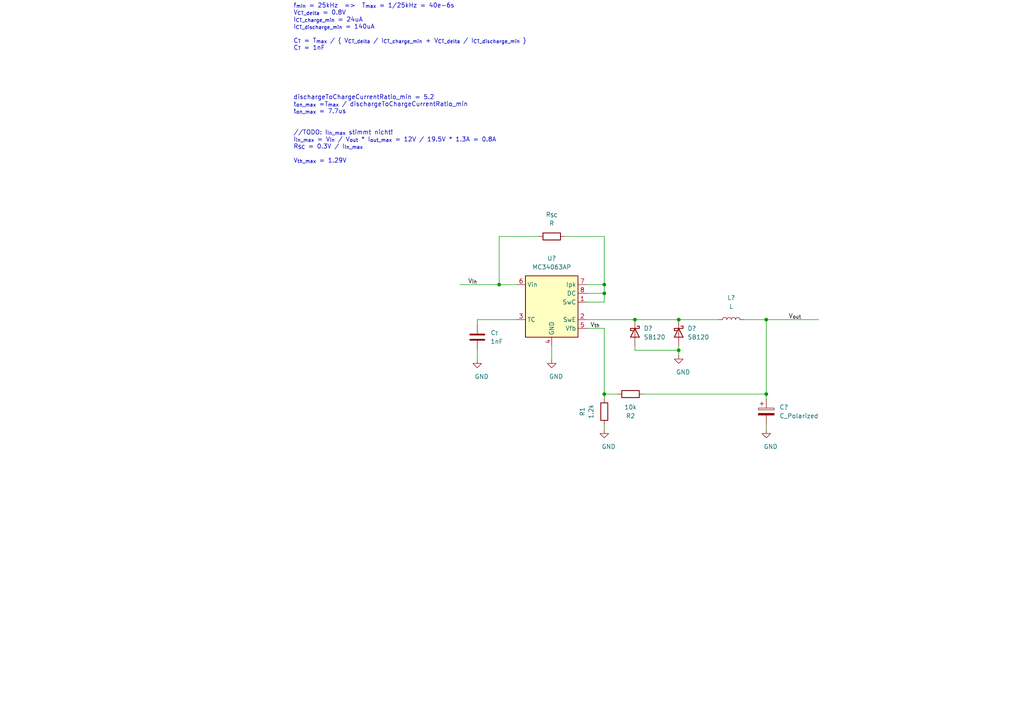
<source format=kicad_sch>
(kicad_sch (version 20201015) (generator eeschema)
  (paper "A4")
  (lib_symbols
    (symbol "Device:C" (pin_numbers hide) (pin_names (offset 0.254))
      (property "Reference" "C" (at 0.635 2.54 0))
      (property "Value" "C" (at 0.635 -2.54 0))
      (symbol "C_0_1"
        (polyline (pts (xy -2.032 -0.762) (xy 2.032 -0.762)) (stroke (width 0.508)))
        (polyline (pts (xy -2.032 0.762) (xy 2.032 0.762)) (stroke (width 0.508)))
      )
      (symbol "C_1_1"
        (pin passive line (at 0 3.81 270) (length 2.794) (name "~") (number "1"))
        (pin passive line (at 0 -3.81 90) (length 2.794) (name "~") (number "2"))
      )
    )
    (symbol "Device:C_Polarized" (pin_numbers hide) (pin_names (offset 0.254))
      (property "Reference" "C" (at 0.635 2.54 0))
      (property "Value" "C_Polarized" (at 0.635 -2.54 0))
      (symbol "C_Polarized_0_1"
        (rectangle (start -2.286 0.508) (end 2.286 1.016))
        (rectangle (start 2.286 -0.508) (end -2.286 -1.016) (fill (type outline)))
        (polyline (pts (xy -1.778 2.286) (xy -0.762 2.286)))
        (polyline (pts (xy -1.27 2.794) (xy -1.27 1.778)))
      )
      (symbol "C_Polarized_1_1"
        (pin passive line (at 0 3.81 270) (length 2.794) (name "~") (number "1"))
        (pin passive line (at 0 -3.81 90) (length 2.794) (name "~") (number "2"))
      )
    )
    (symbol "Device:L" (pin_numbers hide) (pin_names (offset 1.016) hide)
      (property "Reference" "L" (at -1.27 0 90))
      (property "Value" "L" (at 1.905 0 90))
      (symbol "L_0_1"
        (arc (start 0 -2.54) (end 0 -1.27) (radius (at 0 -1.905) (length 0.635) (angles -89.9 89.9)))
        (arc (start 0 -1.27) (end 0 0) (radius (at 0 -0.635) (length 0.635) (angles -89.9 89.9)))
        (arc (start 0 0) (end 0 1.27) (radius (at 0 0.635) (length 0.635) (angles -89.9 89.9)))
        (arc (start 0 1.27) (end 0 2.54) (radius (at 0 1.905) (length 0.635) (angles -89.9 89.9)))
      )
      (symbol "L_1_1"
        (pin passive line (at 0 3.81 270) (length 1.27) (name "1") (number "1"))
        (pin passive line (at 0 -3.81 90) (length 1.27) (name "2") (number "2"))
      )
    )
    (symbol "Device:R" (pin_numbers hide) (pin_names (offset 0))
      (property "Reference" "R" (at 2.032 0 90))
      (property "Value" "R" (at 0 0 90))
      (symbol "R_0_1"
        (rectangle (start -1.016 -2.54) (end 1.016 2.54) (stroke (width 0.254)))
      )
      (symbol "R_1_1"
        (pin passive line (at 0 3.81 270) (length 1.27) (name "~") (number "1"))
        (pin passive line (at 0 -3.81 90) (length 1.27) (name "~") (number "2"))
      )
    )
    (symbol "Diode:SB120" (pin_numbers hide) (pin_names (offset 1.016) hide)
      (property "Reference" "D" (at 0 2.54 0))
      (property "Value" "SB120" (at 0 -2.54 0))
      (symbol "SB120_0_1"
        (polyline (pts (xy 1.27 0) (xy -1.27 0)))
        (polyline (pts (xy 1.27 1.27) (xy 1.27 -1.27) (xy -1.27 0) (xy 1.27 1.27)) (stroke (width 0.254)))
        (polyline (pts (xy -1.905 0.635) (xy -1.905 1.27) (xy -1.27 1.27) (xy -1.27 -1.27) (xy -0.635 -1.27) (xy -0.635 -0.635)) (stroke (width 0.254)))
      )
      (symbol "SB120_1_1"
        (pin passive line (at -3.81 0 0) (length 2.54) (name "K") (number "1"))
        (pin passive line (at 3.81 0 180) (length 2.54) (name "A") (number "2"))
      )
    )
    (symbol "Regulator_Switching:MC34063AP"
      (property "Reference" "U" (at -7.62 8.89 0))
      (property "Value" "MC34063AP" (at 0 8.89 0))
      (symbol "MC34063AP_0_1"
        (rectangle (start -7.62 7.62) (end 7.62 -10.16) (stroke (width 0.254)) (fill (type background)))
      )
      (symbol "MC34063AP_1_1"
        (pin open_collector line (at 10.16 0 180) (length 2.54) (name "SwC") (number "1"))
        (pin open_emitter line (at 10.16 -5.08 180) (length 2.54) (name "SwE") (number "2"))
        (pin passive line (at -10.16 -5.08 0) (length 2.54) (name "TC") (number "3"))
        (pin power_in line (at 0 -12.7 90) (length 2.54) (name "GND") (number "4"))
        (pin input line (at 10.16 -7.62 180) (length 2.54) (name "Vfb") (number "5"))
        (pin power_in line (at -10.16 5.08 0) (length 2.54) (name "Vin") (number "6"))
        (pin input line (at 10.16 5.08 180) (length 2.54) (name "Ipk") (number "7"))
        (pin open_collector line (at 10.16 2.54 180) (length 2.54) (name "DC") (number "8"))
      )
    )
    (symbol "power:GND" (power) (pin_names (offset 0))
      (property "Value" "GND" (at 0 -3.81 0))
      (symbol "GND_0_1"
        (polyline (pts (xy 0 0) (xy 0 -1.27) (xy 1.27 -1.27) (xy 0 -2.54) (xy -1.27 -1.27) (xy 0 -1.27)))
      )
      (symbol "GND_1_1"
        (pin power_in line (at 0 0 270) (length 0) hide (name "GND") (number "1"))
      )
    )
  )
  (junction (at 144.78 82.55) (diameter 0.9144))
  (junction (at 175.26 82.55) (diameter 0.9144))
  (junction (at 175.26 85.09) (diameter 0.9144))
  (junction (at 175.26 114.3) (diameter 0.9144))
  (junction (at 184.15 92.71) (diameter 0.9144))
  (junction (at 196.85 92.71) (diameter 0.9144))
  (junction (at 196.85 101.6) (diameter 0.9144))
  (junction (at 222.25 92.71) (diameter 0.9144))
  (junction (at 222.25 114.3) (diameter 0.9144))
  (wire (pts (xy 133.35 82.55) (xy 144.78 82.55)))
  (wire (pts (xy 138.43 92.71) (xy 149.86 92.71)))
  (wire (pts (xy 138.43 93.98) (xy 138.43 92.71)))
  (wire (pts (xy 138.43 101.6) (xy 138.43 104.14)))
  (wire (pts (xy 144.78 68.58) (xy 144.78 82.55)))
  (wire (pts (xy 144.78 82.55) (xy 149.86 82.55)))
  (wire (pts (xy 156.21 68.58) (xy 144.78 68.58)))
  (wire (pts (xy 160.02 100.33) (xy 160.02 104.14)))
  (wire (pts (xy 163.83 68.58) (xy 175.26 68.58)))
  (wire (pts (xy 170.18 82.55) (xy 175.26 82.55)))
  (wire (pts (xy 170.18 87.63) (xy 175.26 87.63)))
  (wire (pts (xy 170.18 92.71) (xy 184.15 92.71)))
  (wire (pts (xy 175.26 68.58) (xy 175.26 82.55)))
  (wire (pts (xy 175.26 82.55) (xy 175.26 85.09)))
  (wire (pts (xy 175.26 85.09) (xy 170.18 85.09)))
  (wire (pts (xy 175.26 87.63) (xy 175.26 85.09)))
  (wire (pts (xy 175.26 95.25) (xy 170.18 95.25)))
  (wire (pts (xy 175.26 114.3) (xy 175.26 95.25)))
  (wire (pts (xy 175.26 114.3) (xy 175.26 115.57)))
  (wire (pts (xy 175.26 114.3) (xy 179.07 114.3)))
  (wire (pts (xy 175.26 123.19) (xy 175.26 124.46)))
  (wire (pts (xy 184.15 92.71) (xy 196.85 92.71)))
  (wire (pts (xy 184.15 101.6) (xy 184.15 100.33)))
  (wire (pts (xy 184.15 101.6) (xy 196.85 101.6)))
  (wire (pts (xy 186.69 114.3) (xy 222.25 114.3)))
  (wire (pts (xy 196.85 92.71) (xy 208.28 92.71)))
  (wire (pts (xy 196.85 101.6) (xy 196.85 100.33)))
  (wire (pts (xy 196.85 102.87) (xy 196.85 101.6)))
  (wire (pts (xy 222.25 92.71) (xy 215.9 92.71)))
  (wire (pts (xy 222.25 92.71) (xy 237.49 92.71)))
  (wire (pts (xy 222.25 114.3) (xy 222.25 92.71)))
  (wire (pts (xy 222.25 115.57) (xy 222.25 114.3)))
  (wire (pts (xy 222.25 123.19) (xy 222.25 124.46)))
  (text "V_{out} = 12V\nI_{out_max} = 1.3A\n\nV_{in} = 19.5V\n\nThe datasheet uses a lot of approximation formulas, what makes sense.\nBut to get a better understanding, more accurate formulas are used here.\n\nf_{min} = 25kHz  =>  T_{max} = 1/25kHz = 40e-6s\nV_{CT_delta} = 0.8V\nI_{CT_charge_min} = 24uA\nI_{CT_discharge_min} = 140uA\n\nC_{T} = T_{max} / ( V_{CT_delta} / I_{CT_charge_min} + V_{CT_delta} / I_{CT_discharge_min} )\nC_{T} = 1nF\n\n\n\n\n\n\ndischargeToChargeCurrentRatio_min = 5.2\nt_{on_max} =T_{max} / dischargeToChargeCurrentRatio_min\nt_{on_max} = 7.7us \n\n\n//TODO: I_{in_max} stimmt nicht!\nI_{in_max} = V_{in} / V_{out} * I_{out_max} = 12V / 19.5V * 1.3A = 0.8A\nR_{SC} = 0.3V / I_{in_max}\n\nV_{th_max} = 1.29V\n\n" (at 85.09 49.53 0) (effects (font (size 1.27 1.27)) (justify left bottom)))
  (label "V_{in}" (at 138.43 82.55 180))
  (label "V_{th}" (at 173.99 95.25 180))
  (label "V_{out}" (at 232.41 92.71 180))
  (symbol (lib_id "Device:L") (at 212.09 92.71 90) (unit 1)
    (property "Reference" "L?" (at 212.09 86.36 90))
    (property "Value" "L" (at 212.09 88.9 90))
  )
  (symbol (lib_id "power:GND") (at 138.43 104.14 0) (unit 1)
    (property "Reference" "#PWR?" (effects hide))
    (property "Value" "GND" (at 139.7 109.22 0))
  )
  (symbol (lib_id "power:GND") (at 160.02 104.14 0) (unit 1)
    (property "Reference" "#PWR?" (effects hide))
    (property "Value" "GND" (at 161.29 109.22 0))
  )
  (symbol (lib_id "power:GND") (at 175.26 124.46 0) (unit 1)
    (property "Reference" "#PWR?" (effects hide))
    (property "Value" "GND" (at 176.53 129.54 0))
  )
  (symbol (lib_id "power:GND") (at 196.85 102.87 0) (unit 1)
    (property "Reference" "#PWR?" (effects hide))
    (property "Value" "GND" (at 198.12 107.95 0))
  )
  (symbol (lib_id "power:GND") (at 222.25 124.46 0) (unit 1)
    (property "Reference" "#PWR?" (effects hide))
    (property "Value" "GND" (at 223.52 129.54 0))
  )
  (symbol (lib_id "Device:R") (at 160.02 68.58 90) (unit 1)
    (property "Reference" "R_{SC}" (at 160.02 62.23 90))
    (property "Value" "R" (at 160.02 64.77 90))
  )
  (symbol (lib_id "Device:R") (at 175.26 119.38 180) (unit 1)
    (property "Reference" "R1" (at 168.91 119.38 90))
    (property "Value" "1.2k" (at 171.45 119.38 90))
  )
  (symbol (lib_id "Device:R") (at 182.88 114.3 270) (unit 1)
    (property "Reference" "R2" (at 182.88 120.65 90))
    (property "Value" "10k" (at 182.88 118.11 90))
  )
  (symbol (lib_id "Diode:SB120") (at 184.15 96.52 270) (unit 1)
    (property "Reference" "D?" (at 186.69 95.25 90) (effects (justify left)))
    (property "Value" "SB120" (at 186.69 97.79 90) (effects (justify left)))
    (property "Footprint" "Diode_THT:D_DO-41_SOD81_P10.16mm_Horizontal" (effects hide))
    (property "Datasheet" "http://www.diodes.com/_files/datasheets/ds23022.pdf" (effects hide))
  )
  (symbol (lib_id "Diode:SB120") (at 196.85 96.52 270) (unit 1)
    (property "Reference" "D?" (at 199.39 95.25 90) (effects (justify left)))
    (property "Value" "SB120" (at 199.39 97.79 90) (effects (justify left)))
    (property "Footprint" "Diode_THT:D_DO-41_SOD81_P10.16mm_Horizontal" (effects hide))
    (property "Datasheet" "http://www.diodes.com/_files/datasheets/ds23022.pdf" (effects hide))
  )
  (symbol (lib_id "Device:C") (at 138.43 97.79 0) (unit 1)
    (property "Reference" "C_{T}" (at 142.24 96.52 0) (effects (justify left)))
    (property "Value" "1nF" (at 142.24 99.06 0) (effects (justify left)))
  )
  (symbol (lib_id "Device:C_Polarized") (at 222.25 119.38 0) (unit 1)
    (property "Reference" "C?" (at 226.06 118.11 0) (effects (justify left)))
    (property "Value" "C_Polarized" (at 226.06 120.65 0) (effects (justify left)))
  )
  (symbol (lib_id "Regulator_Switching:MC34063AP") (at 160.02 87.63 0) (unit 1)
    (property "Reference" "U?" (at 160.02 74.93 0))
    (property "Value" "MC34063AP" (at 160.02 77.47 0))
    (property "Footprint" "Package_DIP:DIP-8_W7.62mm" (effects hide))
    (property "Datasheet" "http://www.onsemi.com/pub_link/Collateral/MC34063A-D.PDF" (effects hide))
  )
)
</source>
